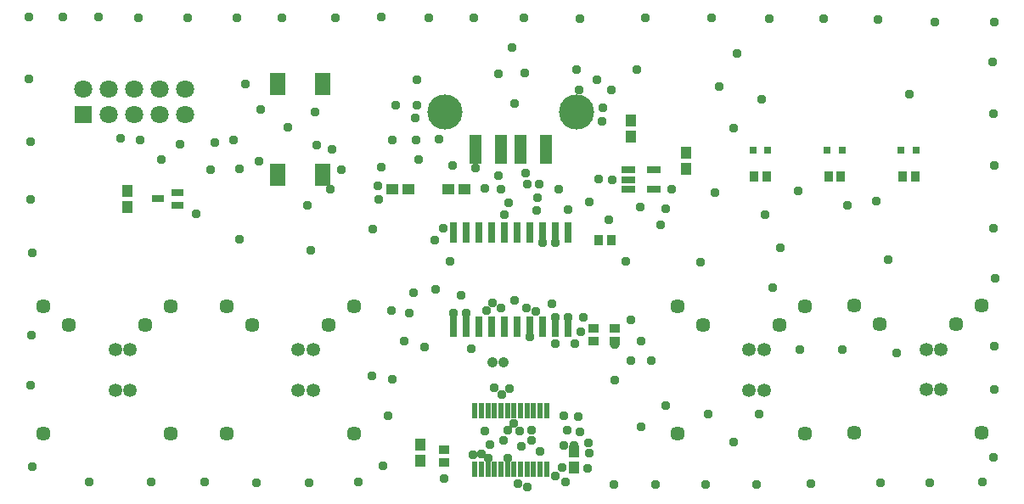
<source format=gts>
G04*
G04 #@! TF.GenerationSoftware,Altium Limited,Altium Designer,21.2.2 (38)*
G04*
G04 Layer_Color=8388736*
%FSLAX25Y25*%
%MOIN*%
G70*
G04*
G04 #@! TF.SameCoordinates,A8DC1787-E1FC-4306-BF81-433DAE83029F*
G04*
G04*
G04 #@! TF.FilePolarity,Negative*
G04*
G01*
G75*
%ADD16R,0.03150X0.03150*%
%ADD18R,0.03985X0.04758*%
%ADD23R,0.04758X0.03985*%
%ADD24R,0.04921X0.11811*%
%ADD26R,0.03150X0.08169*%
%ADD27R,0.02362X0.06398*%
%ADD28R,0.04331X0.03740*%
%ADD29R,0.03740X0.04331*%
%ADD30R,0.05315X0.02953*%
%ADD31R,0.05118X0.02756*%
%ADD32R,0.06102X0.08858*%
%ADD33C,0.04173*%
%ADD34C,0.05709*%
%ADD35C,0.05315*%
%ADD36C,0.07087*%
%ADD37R,0.07087X0.07087*%
%ADD38C,0.13780*%
%ADD39C,0.03740*%
D16*
X297835Y137500D02*
D03*
X291929D02*
D03*
X356102Y137500D02*
D03*
X350197D02*
D03*
X326969D02*
D03*
X321063D02*
D03*
D18*
X161417Y21956D02*
D03*
Y15642D02*
D03*
X265748Y130406D02*
D03*
Y136720D02*
D03*
X244094Y143005D02*
D03*
Y149318D02*
D03*
X221850Y12886D02*
D03*
Y19200D02*
D03*
X46457Y115347D02*
D03*
Y121661D02*
D03*
D23*
X172473Y122146D02*
D03*
X178787D02*
D03*
X150379D02*
D03*
X156693D02*
D03*
D24*
X192913Y138051D02*
D03*
X200787D02*
D03*
X183071D02*
D03*
X210630D02*
D03*
D26*
X174350Y68161D02*
D03*
X179350D02*
D03*
X184350D02*
D03*
X189350D02*
D03*
X194350D02*
D03*
X199350D02*
D03*
X204350D02*
D03*
X209350D02*
D03*
X214350D02*
D03*
X219350D02*
D03*
Y105264D02*
D03*
X214350D02*
D03*
X209350D02*
D03*
X204350D02*
D03*
X199350D02*
D03*
X194350D02*
D03*
X189350D02*
D03*
X184350D02*
D03*
X179350D02*
D03*
X174350D02*
D03*
D27*
X182776Y12216D02*
D03*
X185335D02*
D03*
X187894D02*
D03*
X190453D02*
D03*
X193012D02*
D03*
X195571D02*
D03*
X198130D02*
D03*
X200689D02*
D03*
X203248D02*
D03*
X205807D02*
D03*
X208366D02*
D03*
X210925D02*
D03*
Y35349D02*
D03*
X208366D02*
D03*
X205807D02*
D03*
X203248D02*
D03*
X200689D02*
D03*
X198130D02*
D03*
X195571D02*
D03*
X193012D02*
D03*
X190453D02*
D03*
X187894D02*
D03*
X185335D02*
D03*
X182776D02*
D03*
D28*
X170768Y15059D02*
D03*
Y19981D02*
D03*
X229516Y67718D02*
D03*
Y62797D02*
D03*
X237784Y67718D02*
D03*
Y62797D02*
D03*
D29*
X350689Y127264D02*
D03*
X355610D02*
D03*
X326476D02*
D03*
X321555D02*
D03*
X297342D02*
D03*
X292421D02*
D03*
X236221Y102461D02*
D03*
X231299D02*
D03*
D30*
X243110Y129823D02*
D03*
Y126083D02*
D03*
Y122343D02*
D03*
X252953D02*
D03*
Y129823D02*
D03*
D31*
X66142Y115945D02*
D03*
Y121063D02*
D03*
X58268Y118504D02*
D03*
D32*
X123031Y127854D02*
D03*
Y163681D02*
D03*
X105315Y127854D02*
D03*
Y163681D02*
D03*
D33*
X189764Y54331D02*
D03*
X194095D02*
D03*
D34*
X371828Y69195D02*
D03*
X341828D02*
D03*
X381828Y26479D02*
D03*
X331828D02*
D03*
X381828Y76479D02*
D03*
X331828D02*
D03*
X13409Y76279D02*
D03*
X63409D02*
D03*
X13409Y26280D02*
D03*
X63409D02*
D03*
X23409Y68996D02*
D03*
X53409D02*
D03*
X302402D02*
D03*
X272402D02*
D03*
X312402Y26280D02*
D03*
X262402D02*
D03*
X312402Y76279D02*
D03*
X262402D02*
D03*
X125236Y68996D02*
D03*
X95236D02*
D03*
X135236Y26280D02*
D03*
X85236D02*
D03*
X135236Y76279D02*
D03*
X85236D02*
D03*
D35*
X359978Y59353D02*
D03*
Y43605D02*
D03*
X365883D02*
D03*
Y59353D02*
D03*
X47464Y59153D02*
D03*
X41558Y43406D02*
D03*
X47464D02*
D03*
X41558Y59153D02*
D03*
X290551D02*
D03*
Y43406D02*
D03*
X296457D02*
D03*
Y59153D02*
D03*
X113386D02*
D03*
Y43406D02*
D03*
X119291D02*
D03*
Y59153D02*
D03*
D36*
X69055Y161516D02*
D03*
X59055D02*
D03*
X69055Y151516D02*
D03*
X59055D02*
D03*
X49055Y161516D02*
D03*
Y151516D02*
D03*
X29055Y161516D02*
D03*
X39055Y151516D02*
D03*
Y161516D02*
D03*
D37*
X29055Y151516D02*
D03*
D38*
X170984Y152539D02*
D03*
X222716Y152539D02*
D03*
D39*
X173071Y93996D02*
D03*
X179331Y73622D02*
D03*
X177281Y80560D02*
D03*
X167514Y82974D02*
D03*
X204350Y64372D02*
D03*
X174409Y73622D02*
D03*
X158563Y81693D02*
D03*
X168855Y141831D02*
D03*
X159252Y150394D02*
D03*
X160039Y155217D02*
D03*
X197237Y178030D02*
D03*
X198327Y156028D02*
D03*
X202354Y167811D02*
D03*
X192027Y167642D02*
D03*
X150000Y74592D02*
D03*
X194437Y112167D02*
D03*
X207283Y119095D02*
D03*
X203248Y124138D02*
D03*
X202756Y128609D02*
D03*
X207087Y113878D02*
D03*
X196063Y117028D02*
D03*
X192913Y122146D02*
D03*
X192126Y127657D02*
D03*
X146653Y13484D02*
D03*
X187303Y74606D02*
D03*
X213071Y77461D02*
D03*
X198425Y78740D02*
D03*
X190419Y44243D02*
D03*
X163189Y60138D02*
D03*
X189676Y77495D02*
D03*
X193071Y75492D02*
D03*
X150461Y47486D02*
D03*
X170430Y106988D02*
D03*
X166931Y102263D02*
D03*
X299843Y83563D02*
D03*
X345036Y94488D02*
D03*
X348232Y57956D02*
D03*
X326926Y59252D02*
D03*
X310549Y59252D02*
D03*
X302615Y99213D02*
D03*
X236813Y125857D02*
D03*
X231552Y126181D02*
D03*
X271414Y93799D02*
D03*
X242182Y93898D02*
D03*
X294446Y33957D02*
D03*
X248087Y28937D02*
D03*
X284308Y23031D02*
D03*
X274374Y34021D02*
D03*
X257697Y37356D02*
D03*
X142651Y106569D02*
D03*
X118461Y98327D02*
D03*
X90491Y102518D02*
D03*
X73481Y112697D02*
D03*
X353501Y159547D02*
D03*
X295472Y157579D02*
D03*
X285630Y175787D02*
D03*
X246519Y169327D02*
D03*
X278839Y162500D02*
D03*
X284547Y146260D02*
D03*
X309813Y121793D02*
D03*
X296611Y112303D02*
D03*
X277123Y120965D02*
D03*
X257665Y114569D02*
D03*
X259997Y122146D02*
D03*
X255666Y108169D02*
D03*
X247595Y115256D02*
D03*
X227812Y117421D02*
D03*
X235390Y110335D02*
D03*
X219403Y114341D02*
D03*
X215784Y122441D02*
D03*
X208028Y124213D02*
D03*
X385981Y172343D02*
D03*
X386276Y152067D02*
D03*
X386572Y131791D02*
D03*
X386337Y106925D02*
D03*
X386965Y87303D02*
D03*
X386670Y60532D02*
D03*
X386769Y43602D02*
D03*
X386276Y17028D02*
D03*
X382144Y7144D02*
D03*
X361473Y6890D02*
D03*
X341887Y6988D02*
D03*
X314721Y6496D02*
D03*
X293363Y6299D02*
D03*
X273481Y6201D02*
D03*
X253796D02*
D03*
X237457Y6299D02*
D03*
X137064Y7283D02*
D03*
X117772Y7087D02*
D03*
X97005D02*
D03*
X76828Y7185D02*
D03*
X55863D02*
D03*
X31453Y7382D02*
D03*
X9209Y13386D02*
D03*
X8422Y45374D02*
D03*
X8816Y64961D02*
D03*
X9013Y97146D02*
D03*
X8520Y118405D02*
D03*
X8324Y140847D02*
D03*
X7831Y165748D02*
D03*
X386670Y187894D02*
D03*
X363442Y188091D02*
D03*
X341198Y189075D02*
D03*
X319741Y189272D02*
D03*
X298383Y189370D02*
D03*
X275843Y189469D02*
D03*
X249564D02*
D03*
X223973Y189370D02*
D03*
X201926Y189567D02*
D03*
X182536Y189469D02*
D03*
X164820Y189764D02*
D03*
X146217Y189862D02*
D03*
X127910Y189764D02*
D03*
X107142D02*
D03*
X89524D02*
D03*
X70135Y189665D02*
D03*
X50843D02*
D03*
X34997Y189862D02*
D03*
X21203Y189906D02*
D03*
X7831Y189961D02*
D03*
X214340Y71961D02*
D03*
X142377Y49006D02*
D03*
X186618Y122663D02*
D03*
X183127Y130512D02*
D03*
X174195Y131507D02*
D03*
X126713Y137929D02*
D03*
X130503Y129981D02*
D03*
X125942Y122441D02*
D03*
X146085Y130875D02*
D03*
X144663Y123664D02*
D03*
X145036Y118405D02*
D03*
X156890Y73646D02*
D03*
X154975Y62766D02*
D03*
X181299Y59768D02*
D03*
X206693Y74311D02*
D03*
X203071Y75492D02*
D03*
X226969Y12622D02*
D03*
X218504Y7406D02*
D03*
X214499Y9728D02*
D03*
X217126Y13114D02*
D03*
X217843Y21503D02*
D03*
X227658Y18528D02*
D03*
X217815Y33193D02*
D03*
X224016Y26992D02*
D03*
X218996Y27583D02*
D03*
X227461Y22760D02*
D03*
X203277Y5217D02*
D03*
X193283Y41545D02*
D03*
X196457Y44015D02*
D03*
X120141Y152788D02*
D03*
X120866Y139567D02*
D03*
X109350Y146752D02*
D03*
X98817Y153662D02*
D03*
X92816Y163508D02*
D03*
X98176Y133212D02*
D03*
X88155Y141776D02*
D03*
X90453Y130217D02*
D03*
X80814Y140786D02*
D03*
X78892Y129833D02*
D03*
X67006Y140087D02*
D03*
X59782Y133969D02*
D03*
X51509Y141718D02*
D03*
X43799Y142224D02*
D03*
X223862Y161417D02*
D03*
X236221D02*
D03*
X230806Y165354D02*
D03*
X222716Y169291D02*
D03*
X160039Y165354D02*
D03*
X151730Y155417D02*
D03*
X150379Y141732D02*
D03*
X160827Y134055D02*
D03*
X159702Y141732D02*
D03*
X188827Y21945D02*
D03*
X186679Y27381D02*
D03*
X193898Y23622D02*
D03*
X208366Y19200D02*
D03*
X200893Y21414D02*
D03*
X204921Y23622D02*
D03*
Y27559D02*
D03*
X200231Y27328D02*
D03*
X195669Y27559D02*
D03*
X251969Y55118D02*
D03*
X237784Y47155D02*
D03*
X244094Y55118D02*
D03*
X248031Y62797D02*
D03*
X244094Y70866D02*
D03*
X214340Y61789D02*
D03*
X221939D02*
D03*
X224410Y66144D02*
D03*
X225479Y71961D02*
D03*
X181890Y18021D02*
D03*
X199803Y6791D02*
D03*
X340453Y117717D02*
D03*
X329035Y115945D02*
D03*
X223299Y32945D02*
D03*
X232776Y148819D02*
D03*
X232972Y154134D02*
D03*
X219340Y71961D02*
D03*
X198035Y30390D02*
D03*
X185236Y18406D02*
D03*
X187894Y16634D02*
D03*
X195571Y16508D02*
D03*
X221850Y21579D02*
D03*
X148819Y33268D02*
D03*
X170669Y8661D02*
D03*
X237784Y61222D02*
D03*
X214469Y101279D02*
D03*
X209449D02*
D03*
X117028Y115847D02*
D03*
M02*

</source>
